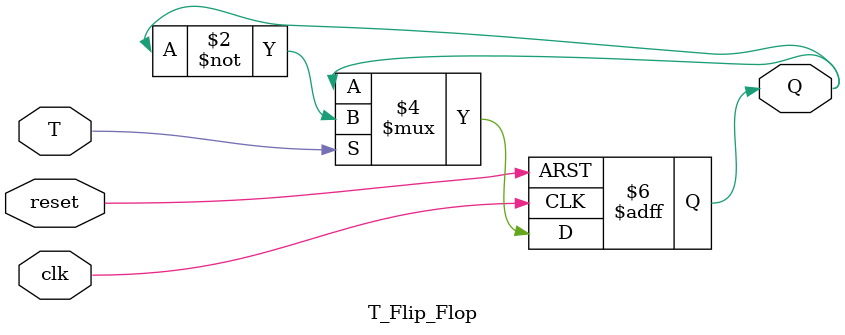
<source format=v>
`timescale 1ns / 1ps

module T_Flip_Flop(
    input T,
    input clk,
    input reset,      
    output reg Q
);

    always @(posedge clk or posedge reset) begin
        if (reset)
            Q <= 1'b0; 
        else if (T)
            Q <= ~Q;           
        else
            Q <= Q;          
    end

endmodule
</source>
